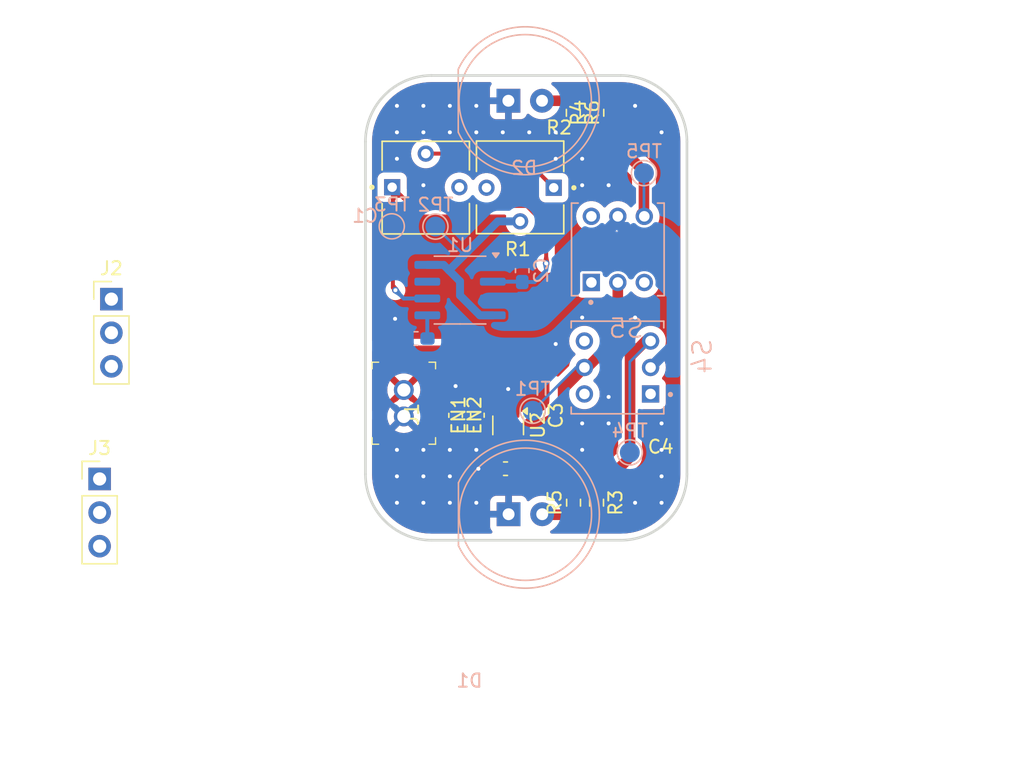
<source format=kicad_pcb>
(kicad_pcb (version 20240108) (generator "pcbnew") (generator_version "8.0")
  (layers (0 "F.Cu" signal) (31 "B.Cu" signal) (34 "B.Paste" user) (35 "F.Paste" user) (36 "B.SilkS" user "B.Silkscreen") (37 "F.SilkS" user "F.Silkscreen") (38 "B.Mask" user) (39 "F.Mask" user) (44 "Edge.Cuts" user))
  (net 0 "")
  (net 1 "Net-(U1-CV)")
  (net 2 "GND")
  (net 3 "/VT")
  (net 4 "+3V7")
  (net 5 "+3V3")
  (net 6 "Net-(D1-A)")
  (net 7 "Net-(D2-A)")
  (net 8 "Net-(U2-EN)")
  (net 10 "Net-(U1-DIS)")
  (net 12 "/Vout")
  (net 14 "/S1")
  (net 15 "/S2")
  (net 16 "Vcc")
  (footprint "3362P_1_103LF-2 2:TRIM_3362P-1-103LF" (layer "F.Cu") (at 113.59 94.465 180)
    (property "Reference" "R1" (at 0.17547 -4.64779 0) (layer "F.SilkS") (effects (font (size 1.002756 1.002756))))
    (property "Value" "10k")
    (fp_line (start 3.3 3.53) (end -3.3 3.53) (stroke (width 0.127)) (layer "F.SilkS"))
    (fp_line (start 3.3 1.235) (end 3.3 3.52) (stroke (width 0.127)) (layer "F.SilkS"))
    (fp_line (start 3.3 -3.47) (end 3.3 -1.305) (stroke (width 0.127)) (layer "F.SilkS"))
    (fp_line (start -3.3 3.52) (end -3.3 1.235) (stroke (width 0.127)) (layer "F.SilkS"))
    (fp_line (start -3.3 -1.305) (end -3.3 -3.47) (stroke (width 0.127)) (layer "F.SilkS"))
    (fp_line (start -3.3 -3.47) (end 3.3 -3.47) (stroke (width 0.127)) (layer "F.SilkS"))
    (fp_circle (center -4.064 0) (end -3.964 0) (stroke (width 0.2)) (fill none) (layer "F.SilkS"))
    (pad "1" thru_hole rect (at -2.54 0 180) (size 1.222 1.222) (drill 0.714) (layers "*.Cu" "*.Mask") (net 10 "Net-(U1-DIS)"))
    (pad "2" thru_hole circle (at 0 -2.54 180) (size 1.222 1.222) (drill 0.714) (layers "*.Cu" "*.Mask") (net 16 "Vcc"))
    (pad "3" thru_hole circle (at 2.54 0 180) (size 1.222 1.222) (drill 0.714) (layers "*.Cu" "*.Mask"))
  )
  (footprint "Connector_PinHeader_2.54mm:PinHeader_1x03_P2.54mm_Vertical" (layer "F.Cu") (at 81.81 116.475)
    (property "Reference" "J3" (at 0 -2.33 0) (layer "F.SilkS"))
    (property "Value" "Conn_01x03_Socket")
    (fp_line (start -1.33 -1.33) (end 0 -1.33) (stroke (width 0.12)) (layer "F.SilkS"))
    (fp_line (start -1.33 0) (end -1.33 -1.33) (stroke (width 0.12)) (layer "F.SilkS"))
    (fp_line (start -1.33 1.27) (end -1.33 6.41) (stroke (width 0.12)) (layer "F.SilkS"))
    (fp_line (start -1.33 1.27) (end 1.33 1.27) (stroke (width 0.12)) (layer "F.SilkS"))
    (fp_line (start -1.33 6.41) (end 1.33 6.41) (stroke (width 0.12)) (layer "F.SilkS"))
    (fp_line (start 1.33 1.27) (end 1.33 6.41) (stroke (width 0.12)) (layer "F.SilkS"))
    (pad "1" thru_hole rect (at 0 0) (size 1.7 1.7) (drill 1) (layers "*.Cu" "*.Mask") (net 5 "+3V3"))
    (pad "2" thru_hole oval (at 0 2.54) (size 1.7 1.7) (drill 1) (layers "*.Cu" "*.Mask") (net 12 "/Vout"))
    (pad "3" thru_hole oval (at 0 5.08) (size 1.7 1.7) (drill 1) (layers "*.Cu" "*.Mask") (net 15 "/S2"))
  )
  (footprint "Resistor_SMD:R_0603_1608Metric_Pad0.98x0.95mm_HandSolder" (layer "F.Cu") (at 119.39 88.7975 90)
    (property "Reference" "R4" (at 0 -1.43 90) (layer "F.SilkS"))
    (property "Value" "1.5k")
    (fp_line (start -0.254724 -0.5225) (end 0.254724 -0.5225) (stroke (width 0.12)) (layer "F.SilkS"))
    (fp_line (start -0.254724 0.5225) (end 0.254724 0.5225) (stroke (width 0.12)) (layer "F.SilkS"))
    (pad "1" smd roundrect (at -0.9125 0 90) (size 0.975 0.95) (layers "F.Cu" "F.Paste" "F.Mask") (net 15 "/S2"))
    (pad "2" smd roundrect (at 0.9125 0 90) (size 0.975 0.95) (layers "F.Cu" "F.Paste" "F.Mask") (net 7 "Net-(D2-A)"))
  )
  (footprint "Package_TO_SOT_SMD:SOT-353_SC-70-5_Handsoldering" (layer "F.Cu") (at 112.6875 112.425 -90)
    (property "Reference" "U2" (at 0 -2.25 90) (layer "F.SilkS"))
    (property "Value" "MIC5365-3.3YC5")
    (fp_line (start -0.7 1.16) (end 0.7 1.16) (stroke (width 0.12)) (layer "F.SilkS"))
    (fp_line (start -0.71 -1.16) (end 0.7 -1.16) (stroke (width 0.12)) (layer "F.SilkS"))
    (fp_poly (pts (xy -1.08 -1.11) (xy -1.32 -1.44) (xy -0.84 -1.44) (xy -1.08 -1.11)) (stroke (width 0.12)) (fill solid) (layer "F.SilkS"))
    (pad "1" smd roundrect (at -1.33 -0.65 270) (size 1.5 0.4) (layers "F.Cu" "F.Paste" "F.Mask") (net 4 "+3V7"))
    (pad "2" smd roundrect (at -1.33 0 270) (size 1.5 0.4) (layers "F.Cu" "F.Paste" "F.Mask") (net 2 "GND"))
    (pad "3" smd roundrect (at -1.33 0.65 270) (size 1.5 0.4) (layers "F.Cu" "F.Paste" "F.Mask") (net 8 "Net-(U2-EN)"))
    (pad "4" smd roundrect (at 1.33 0.65 270) (size 1.5 0.4) (layers "F.Cu" "F.Paste" "F.Mask"))
    (pad "5" smd roundrect (at 1.33 -0.65 270) (size 1.5 0.4) (layers "F.Cu" "F.Paste" "F.Mask") (net 5 "+3V3"))
  )
  (footprint "Capacitor_SMD:C_0603_1608Metric_Pad1.08x0.95mm_HandSolder" (layer "F.Cu") (at 112.4875 115.7 180)
    (property "Reference" "C4" (at -11.73 1.655 0) (layer "F.SilkS"))
    (property "Value" "1uF")
    (fp_line (start -0.146267 0.51) (end 0.146267 0.51) (stroke (width 0.12)) (layer "F.SilkS"))
    (fp_line (start -0.146267 -0.51) (end 0.146267 -0.51) (stroke (width 0.12)) (layer "F.SilkS"))
    (pad "1" smd roundrect (at -0.8625 0 180) (size 1.075 0.95) (layers "F.Cu" "F.Paste" "F.Mask") (net 5 "+3V3"))
    (pad "2" smd roundrect (at 0.8625 0 180) (size 1.075 0.95) (layers "F.Cu" "F.Paste" "F.Mask") (net 2 "GND"))
  )
  (footprint "3362P_1_103LF-2 2:TRIM_3362P-1-103LF" (layer "F.Cu") (at 106.46 94.425)
    (property "Reference" "R2" (at 10.07547 -4.50779 0) (layer "F.SilkS") (effects (font (size 1.002756 1.002756))))
    (property "Value" "10k")
    (fp_line (start -3.3 -3.47) (end 3.3 -3.47) (stroke (width 0.127)) (layer "F.SilkS"))
    (fp_line (start -3.3 -1.305) (end -3.3 -3.47) (stroke (width 0.127)) (layer "F.SilkS"))
    (fp_line (start -3.3 3.52) (end -3.3 1.235) (stroke (width 0.127)) (layer "F.SilkS"))
    (fp_line (start 3.3 -3.47) (end 3.3 -1.305) (stroke (width 0.127)) (layer "F.SilkS"))
    (fp_line (start 3.3 1.235) (end 3.3 3.52) (stroke (width 0.127)) (layer "F.SilkS"))
    (fp_line (start 3.3 3.53) (end -3.3 3.53) (stroke (width 0.127)) (layer "F.SilkS"))
    (fp_circle (center -4.064 0) (end -3.964 0) (stroke (width 0.2)) (fill none) (layer "F.SilkS"))
    (pad "1" thru_hole rect (at -2.54 0) (size 1.222 1.222) (drill 0.714) (layers "*.Cu" "*.Mask") (net 3 "/VT"))
    (pad "2" thru_hole circle (at 0 -2.54) (size 1.222 1.222) (drill 0.714) (layers "*.Cu" "*.Mask") (net 10 "Net-(U1-DIS)"))
    (pad "3" thru_hole circle (at 2.54 0) (size 1.222 1.222) (drill 0.714) (layers "*.Cu" "*.Mask"))
  )
  (footprint "Connector_PinHeader_2.54mm:PinHeader_1x03_P2.54mm_Vertical" (layer "F.Cu") (at 82.7 102.885)
    (property "Reference" "J2" (at 0 -2.33 0) (layer "F.SilkS"))
    (property "Value" "Conn_01x03_Socket")
    (fp_line (start -1.33 -1.33) (end 0 -1.33) (stroke (width 0.12)) (layer "F.SilkS"))
    (fp_line (start -1.33 0) (end -1.33 -1.33) (stroke (width 0.12)) (layer "F.SilkS"))
    (fp_line (start -1.33 1.27) (end -1.33 6.41) (stroke (width 0.12)) (layer "F.SilkS"))
    (fp_line (start -1.33 1.27) (end 1.33 1.27) (stroke (width 0.12)) (layer "F.SilkS"))
    (fp_line (start -1.33 6.41) (end 1.33 6.41) (stroke (width 0.12)) (layer "F.SilkS"))
    (fp_line (start 1.33 1.27) (end 1.33 6.41) (stroke (width 0.12)) (layer "F.SilkS"))
    (pad "1" thru_hole rect (at 0 0) (size 1.7 1.7) (drill 1) (layers "*.Cu" "*.Mask") (net 5 "+3V3"))
    (pad "2" thru_hole oval (at 0 2.54) (size 1.7 1.7) (drill 1) (layers "*.Cu" "*.Mask") (net 12 "/Vout"))
    (pad "3" thru_hole oval (at 0 5.08) (size 1.7 1.7) (drill 1) (layers "*.Cu" "*.Mask") (net 14 "/S1"))
  )
  (footprint "Resistor_SMD:R_0603_1608Metric_Pad0.98x0.95mm_HandSolder" (layer "F.Cu") (at 117.63 118.2675 90)
    (property "Reference" "R5" (at 0 -1.43 90) (layer "F.SilkS"))
    (property "Value" "1.5k")
    (fp_line (start -0.254724 -0.5225) (end 0.254724 -0.5225) (stroke (width 0.12)) (layer "F.SilkS"))
    (fp_line (start -0.254724 0.5225) (end 0.254724 0.5225) (stroke (width 0.12)) (layer "F.SilkS"))
    (pad "1" smd roundrect (at -0.9125 0 90) (size 0.975 0.95) (layers "F.Cu" "F.Paste" "F.Mask") (net 6 "Net-(D1-A)"))
    (pad "2" smd roundrect (at 0.9125 0 90) (size 0.975 0.95) (layers "F.Cu" "F.Paste" "F.Mask") (net 2 "GND"))
  )
  (footprint "Capacitor_SMD:C_0603_1608Metric_Pad1.08x0.95mm_HandSolder" (layer "F.Cu") (at 108.7125 111.6675 -90)
    (property "Reference" "EN2" (at 0 -1.43 90) (layer "F.SilkS"))
    (property "Value" "0")
    (fp_line (start -0.146267 0.51) (end 0.146267 0.51) (stroke (width 0.12)) (layer "F.SilkS"))
    (fp_line (start -0.146267 -0.51) (end 0.146267 -0.51) (stroke (width 0.12)) (layer "F.SilkS"))
    (pad "1" smd roundrect (at -0.8625 0 270) (size 1.075 0.95) (layers "F.Cu" "F.Paste" "F.Mask") (net 2 "GND"))
    (pad "2" smd roundrect (at 0.8625 0 270) (size 1.075 0.95) (layers "F.Cu" "F.Paste" "F.Mask") (net 8 "Net-(U2-EN)"))
  )
  (footprint "Capacitor_SMD:C_0603_1608Metric_Pad1.08x0.95mm_HandSolder" (layer "F.Cu") (at 110.3625 111.66 90)
    (property "Reference" "EN1" (at 0 -1.43 90) (layer "F.SilkS"))
    (property "Value" "0")
    (fp_line (start -0.146267 -0.51) (end 0.146267 -0.51) (stroke (width 0.12)) (layer "F.SilkS"))
    (fp_line (start -0.146267 0.51) (end 0.146267 0.51) (stroke (width 0.12)) (layer "F.SilkS"))
    (pad "1" smd roundrect (at -0.8625 0 90) (size 1.075 0.95) (layers "F.Cu" "F.Paste" "F.Mask") (net 8 "Net-(U2-EN)"))
    (pad "2" smd roundrect (at 0.8625 0 90) (size 1.075 0.95) (layers "F.Cu" "F.Paste" "F.Mask") (net 4 "+3V7"))
  )
  (footprint "Resistor_SMD:R_0603_1608Metric_Pad0.98x0.95mm_HandSolder" (layer "F.Cu") (at 117.61 88.8025 -90)
    (property "Reference" "R6" (at 0 -1.43 90) (layer "F.SilkS"))
    (property "Value" "1.5k")
    (fp_line (start -0.254724 0.5225) (end 0.254724 0.5225) (stroke (width 0.12)) (layer "F.SilkS"))
    (fp_line (start -0.254724 -0.5225) (end 0.254724 -0.5225) (stroke (width 0.12)) (layer "F.SilkS"))
    (pad "1" smd roundrect (at -0.9125 0 270) (size 0.975 0.95) (layers "F.Cu" "F.Paste" "F.Mask") (net 7 "Net-(D2-A)"))
    (pad "2" smd roundrect (at 0.9125 0 270) (size 0.975 0.95) (layers "F.Cu" "F.Paste" "F.Mask") (net 2 "GND"))
  )
  (footprint "Resistor_SMD:R_0603_1608Metric_Pad0.98x0.95mm_HandSolder" (layer "F.Cu") (at 119.37 118.2675 -90)
    (property "Reference" "R3" (at 0 -1.43 90) (layer "F.SilkS"))
    (property "Value" "1.5k")
    (fp_line (start -0.254724 0.5225) (end 0.254724 0.5225) (stroke (width 0.12)) (layer "F.SilkS"))
    (fp_line (start -0.254724 -0.5225) (end 0.254724 -0.5225) (stroke (width 0.12)) (layer "F.SilkS"))
    (pad "1" smd roundrect (at -0.9125 0 270) (size 0.975 0.95) (layers "F.Cu" "F.Paste" "F.Mask") (net 14 "/S1"))
    (pad "2" smd roundrect (at 0.9125 0 270) (size 0.975 0.95) (layers "F.Cu" "F.Paste" "F.Mask") (net 6 "Net-(D1-A)"))
  )
  (footprint "digikey-footprints:PinHeader_1x2_P2mm_Drill1mm" (layer "F.Cu") (at 104.8 111.75 90)
    (property "Reference" "J1" (at 0.1625 0.625 90) (layer "F.SilkS"))
    (property "Value" "B2B-PH-K-S_LF__SN_")
    (fp_line (start 4.1 -2.4) (end 3.6 -2.4) (stroke (width 0.1)) (layer "F.SilkS"))
    (fp_line (start 4.1 -2.4) (end 4.1 -1.9) (stroke (width 0.1)) (layer "F.SilkS"))
    (fp_line (start -2.1 -2.4) (end -1.6 -2.4) (stroke (width 0.1)) (layer "F.SilkS"))
    (fp_line (start -2.1 -2.4) (end -2.1 -1.9) (stroke (width 0.1)) (layer "F.SilkS"))
    (fp_line (start 4.1 2.4) (end 4.1 1.9) (stroke (width 0.1)) (layer "F.SilkS"))
    (fp_line (start 4.1 2.4) (end 3.6 2.4) (stroke (width 0.1)) (layer "F.SilkS"))
    (fp_line (start -2.1 2.4) (end -2.1 1.9) (stroke (width 0.1)) (layer "F.SilkS"))
    (fp_line (start -2.1 2.4) (end -1.6 2.4) (stroke (width 0.1)) (layer "F.SilkS"))
    (pad "1" thru_hole circle (at 0 0 90) (size 1.5 1.5) (drill 1) (layers "*.Cu" "*.Mask") (net 2 "GND"))
    (pad "2" thru_hole circle (at 2 0 90) (size 1.5 1.5) (drill 1) (layers "*.Cu" "*.Mask") (net 4 "+3V7"))
  )
  (footprint "Capacitor_SMD:C_0603_1608Metric_Pad1.08x0.95mm_HandSolder" (layer "F.Cu") (at 114.8625 111.6825 -90)
    (property "Reference" "C3" (at 0 -1.43 90) (layer "F.SilkS"))
    (property "Value" "1uF")
    (fp_line (start -0.146267 0.51) (end 0.146267 0.51) (stroke (width 0.12)) (layer "F.SilkS"))
    (fp_line (start -0.146267 -0.51) (end 0.146267 -0.51) (stroke (width 0.12)) (layer "F.SilkS"))
    (pad "1" smd roundrect (at -0.8625 0 270) (size 1.075 0.95) (layers "F.Cu" "F.Paste" "F.Mask") (net 4 "+3V7"))
    (pad "2" smd roundrect (at 0.8625 0 270) (size 1.075 0.95) (layers "F.Cu" "F.Paste" "F.Mask") (net 2 "GND"))
  )
  (footprint "TestPoint:TestPoint_Pad_D1.5mm" (layer "B.Cu") (at 122.95 93.36 180)
    (property "Reference" "TP5" (at 0 1.648 0) (layer "B.SilkS") (effects (justify mirror)))
    (property "Value" "TestPoint")
    (fp_circle (center 0 0) (end 0 -0.95) (stroke (width 0.12)) (fill none) (layer "B.SilkS"))
    (pad "1" smd circle (at 0 0 180) (size 1.5 1.5) (layers "B.Cu" "B.Mask") (net 15 "/S2"))
  )
  (footprint "TL2230EEF100-2:SW_TL2230EEF100" (layer "B.Cu") (at 120.95 108.05 90)
    (property "Reference" "S4" (at 0.85 6.404 90) (layer "B.SilkS") (effects (font (size 1.4 1.4)) (justify mirror)))
    (property "Value" "TL2230EEF100")
    (fp_line (start 3.5 -3.5) (end 3 -3.5) (stroke (width 0.127)) (layer "B.SilkS"))
    (fp_line (start 3.5 -3.5) (end 3.5 3.5) (stroke (width 0.127)) (layer "B.SilkS"))
    (fp_line (start -3 -3.5) (end -3.5 -3.5) (stroke (width 0.127)) (layer "B.SilkS"))
    (fp_line (start 3.5 3.5) (end 3 3.5) (stroke (width 0.127)) (layer "B.SilkS"))
    (fp_line (start -3 3.5) (end -3.5 3.5) (stroke (width 0.127)) (layer "B.SilkS"))
    (fp_line (start -3.5 3.5) (end -3.5 -3.5) (stroke (width 0.127)) (layer "B.SilkS"))
    (fp_circle (center -2.04 4) (end -1.94 4) (stroke (width 0.2)) (fill none) (layer "B.SilkS"))
    (pad "1" thru_hole rect (at -2 2.5 90) (size 1.308 1.308) (drill 0.8) (layers "*.Cu" "*.Mask"))
    (pad "2" thru_hole circle (at 0 2.5 90) (size 1.308 1.308) (drill 0.8) (layers "*.Cu" "*.Mask") (net 12 "/Vout"))
    (pad "3" thru_hole circle (at 2 2.5 90) (size 1.308 1.308) (drill 0.8) (layers "*.Cu" "*.Mask") (net 14 "/S1"))
    (pad "4" thru_hole circle (at -2 -2.5 90) (size 1.308 1.308) (drill 0.8) (layers "*.Cu" "*.Mask"))
    (pad "5" thru_hole circle (at 0 -2.5 90) (size 1.308 1.308) (drill 0.8) (layers "*.Cu" "*.Mask") (net 5 "+3V3"))
    (pad "6" thru_hole circle (at 2 -2.5 90) (size 1.308 1.308) (drill 0.8) (layers "*.Cu" "*.Mask") (net 16 "Vcc"))
  )
  (footprint "LED_THT:LED_D10.0mm" (layer "B.Cu") (at 112.72 119.14)
    (property "Reference" "D1" (at -2.9575 12.58 0) (layer "B.SilkS") (effects (justify mirror)))
    (property "Value" "LED")
    (fp_line (start -3.79 -2.376) (end -3.79 2.376) (stroke (width 0.12)) (layer "B.SilkS"))
    (fp_arc (start -3.79 -2.375816) (mid 2.484794 -5.456407) (end 6.859998 -0.004741) (stroke (width 0.12)) (layer "B.SilkS"))
    (fp_arc (start 6.859998 0.004741) (mid 2.484794 5.456407) (end -3.79 2.375816) (stroke (width 0.12)) (layer "B.SilkS"))
    (fp_circle (center 1.27 0) (end 6.27 0) (stroke (width 0.12)) (fill none) (layer "B.SilkS"))
    (pad "1" thru_hole rect (at 0 0) (size 1.8 1.8) (drill 0.9) (layers "*.Cu" "*.Mask") (net 2 "GND"))
    (pad "2" thru_hole circle (at 2.54 0) (size 1.8 1.8) (drill 0.9) (layers "*.Cu" "*.Mask") (net 6 "Net-(D1-A)"))
  )
  (footprint "Package_SO:SOIC-8_3.9x4.9mm_P1.27mm" (layer "B.Cu") (at 109.05 102.2 180)
    (property "Reference" "U1" (at 0 3.4 0) (layer "B.SilkS") (effects (justify mirror)))
    (property "Value" "LM555xM")
    (fp_line (start 1.95 2.56) (end 0 2.56) (stroke (width 0.12)) (layer "B.SilkS"))
    (fp_line (start 1.95 -2.56) (end 0 -2.56) (stroke (width 0.12)) (layer "B.SilkS"))
    (fp_line (start -1.95 2.56) (end 0 2.56) (stroke (width 0.12)) (layer "B.SilkS"))
    (fp_line (start -1.95 -2.56) (end 0 -2.56) (stroke (width 0.12)) (layer "B.SilkS"))
    (fp_poly (pts (xy -2.7 2.465) (xy -2.94 2.795) (xy -2.46 2.795) (xy -2.7 2.465)) (stroke (width 0.12)) (fill solid) (layer "B.SilkS"))
    (pad "1" smd roundrect (at -2.475 1.905 180) (size 1.95 0.6) (layers "B.Cu" "B.Paste" "B.Mask") (net 2 "GND"))
    (pad "2" smd roundrect (at -2.475 0.635 180) (size 1.95 0.6) (layers "B.Cu" "B.Paste" "B.Mask") (net 3 "/VT"))
    (pad "3" smd roundrect (at -2.475 -0.635 180) (size 1.95 0.6) (layers "B.Cu" "B.Paste" "B.Mask") (net 12 "/Vout"))
    (pad "4" smd roundrect (at -2.475 -1.905 180) (size 1.95 0.6) (layers "B.Cu" "B.Paste" "B.Mask") (net 16 "Vcc"))
    (pad "5" smd roundrect (at 2.475 -1.905 180) (size 1.95 0.6) (layers "B.Cu" "B.Paste" "B.Mask") (net 1 "Net-(U1-CV)"))
    (pad "6" smd roundrect (at 2.475 -0.635 180) (size 1.95 0.6) (layers "B.Cu" "B.Paste" "B.Mask") (net 3 "/VT"))
    (pad "7" smd roundrect (at 2.475 0.635 180) (size 1.95 0.6) (layers "B.Cu" "B.Paste" "B.Mask") (net 10 "Net-(U1-DIS)"))
    (pad "8" smd roundrect (at 2.475 1.905 180) (size 1.95 0.6) (layers "B.Cu" "B.Paste" "B.Mask") (net 16 "Vcc"))
  )
  (footprint "Capacitor_SMD:C_0603_1608Metric_Pad1.08x0.95mm_HandSolder" (layer "B.Cu") (at 113.75 100.7275 90)
    (property "Reference" "C2" (at 0 1.43 90) (layer "B.SilkS") (effects (justify mirror)))
    (property "Value" "470uF")
    (fp_line (start 0.146267 -0.51) (end -0.146267 -0.51) (stroke (width 0.12)) (layer "B.SilkS"))
    (fp_line (start 0.146267 0.51) (end -0.146267 0.51) (stroke (width 0.12)) (layer "B.SilkS"))
    (pad "1" smd roundrect (at -0.8625 0 90) (size 1.075 0.95) (layers "B.Cu" "B.Paste" "B.Mask") (net 3 "/VT"))
    (pad "2" smd roundrect (at 0.8625 0 90) (size 1.075 0.95) (layers "B.Cu" "B.Paste" "B.Mask") (net 2 "GND"))
  )
  (footprint "TestPoint:TestPoint_Pad_D1.5mm" (layer "B.Cu") (at 103.89 97.38 180)
    (property "Reference" "TP3" (at 0 1.648 0) (layer "B.SilkS") (effects (justify mirror)))
    (property "Value" "TestPoint")
    (fp_circle (center 0 0) (end 0 -0.95) (stroke (width 0.12)) (fill none) (layer "B.SilkS"))
    (pad "1" smd circle (at 0 0 180) (size 1.5 1.5) (layers "B.Cu" "B.Mask") (net 2 "GND"))
  )
  (footprint "LED_THT:LED_D10.0mm" (layer "B.Cu") (at 112.705 87.89)
    (property "Reference" "D2" (at 1.195 5.075 0) (layer "B.SilkS") (effects (justify mirror)))
    (property "Value" "LED")
    (fp_line (start -3.79 -2.376) (end -3.79 2.376) (stroke (width 0.12)) (layer "B.SilkS"))
    (fp_arc (start -3.79 -2.375816) (mid 2.484794 -5.456407) (end 6.859998 -0.004741) (stroke (width 0.12)) (layer "B.SilkS"))
    (fp_arc (start 6.859998 0.004741) (mid 2.484794 5.456407) (end -3.79 2.375816) (stroke (width 0.12)) (layer "B.SilkS"))
    (fp_circle (center 1.27 0) (end 6.27 0) (stroke (width 0.12)) (fill none) (layer "B.SilkS"))
    (pad "1" thru_hole rect (at 0 0) (size 1.8 1.8) (drill 0.9) (layers "*.Cu" "*.Mask") (net 2 "GND"))
    (pad "2" thru_hole circle (at 2.54 0) (size 1.8 1.8) (drill 0.9) (layers "*.Cu" "*.Mask") (net 7 "Net-(D2-A)"))
  )
  (footprint "TestPoint:TestPoint_Pad_D1.5mm" (layer "B.Cu") (at 121.88 114.47 180)
    (property "Reference" "TP4" (at 0 1.648 0) (layer "B.SilkS") (effects (justify mirror)))
    (property "Value" "TestPoint")
    (fp_circle (center 0 0) (end 0 -0.95) (stroke (width 0.12)) (fill none) (layer "B.SilkS"))
    (pad "1" smd circle (at 0 0 180) (size 1.5 1.5) (layers "B.Cu" "B.Mask") (net 14 "/S1"))
  )
  (footprint "Capacitor_SMD:C_0603_1608Metric_Pad1.08x0.95mm_HandSolder" (layer "B.Cu") (at 105.7275 105.86 180)
    (property "Reference" "C1" (at 3.85 9.27 0) (layer "B.SilkS") (effects (justify mirror)))
    (property "Value" "0.01uF")
    (fp_line (start 0.146267 0.51) (end -0.146267 0.51) (stroke (width 0.12)) (layer "B.SilkS"))
    (fp_line (start 0.146267 -0.51) (end -0.146267 -0.51) (stroke (width 0.12)) (layer "B.SilkS"))
    (pad "1" smd roundrect (at -0.8625 0 180) (size 1.075 0.95) (layers "B.Cu" "B.Paste" "B.Mask") (net 1 "Net-(U1-CV)"))
    (pad "2" smd roundrect (at 0.8625 0 180) (size 1.075 0.95) (layers "B.Cu" "B.Paste" "B.Mask") (net 2 "GND"))
  )
  (footprint "TestPoint:TestPoint_Pad_D1.5mm" (layer "B.Cu") (at 114.54 111.32 180)
    (property "Reference" "TP1" (at 0 1.648 0) (layer "B.SilkS") (effects (justify mirror)))
    (property "Value" "TestPoint")
    (fp_circle (center 0 0) (end 0 -0.95) (stroke (width 0.12)) (fill none) (layer "B.SilkS"))
    (pad "1" smd circle (at 0 0 180) (size 1.5 1.5) (layers "B.Cu" "B.Mask") (net 5 "+3V3"))
  )
  (footprint "TestPoint:TestPoint_Pad_D1.5mm" (layer "B.Cu") (at 107.19 97.4 180)
    (property "Reference" "TP2" (at 0 1.648 0) (layer "B.SilkS") (effects (justify mirror)))
    (property "Value" "TestPoint")
    (fp_circle (center 0 0) (end 0 -0.95) (stroke (width 0.12)) (fill none) (layer "B.SilkS"))
    (pad "1" smd circle (at 0 0 180) (size 1.5 1.5) (layers "B.Cu" "B.Mask") (net 16 "Vcc"))
  )
  (footprint "TL2230EEF100-2:SW_TL2230EEF100" (layer "B.Cu") (at 120.975 99.125)
    (property "Reference" "S5" (at 0.635 5.969 0) (layer "B.SilkS") (effects (font (size 1.4 1.4)) (justify mirror)))
    (property "Value" "TL2230EEF100")
    (fp_line (start -3.5 3.5) (end -3.5 -3.5) (stroke (width 0.127)) (layer "B.SilkS"))
    (fp_line (start -3 -3.5) (end -3.5 -3.5) (stroke (width 0.127)) (layer "B.SilkS"))
    (fp_line (start -3 3.5) (end -3.5 3.5) (stroke (width 0.127)) (layer "B.SilkS"))
    (fp_line (start 3.5 -3.5) (end 3 -3.5) (stroke (width 0.127)) (layer "B.SilkS"))
    (fp_line (start 3.5 -3.5) (end 3.5 3.5) (stroke (width 0.127)) (layer "B.SilkS"))
    (fp_line (start 3.5 3.5) (end 3 3.5) (stroke (width 0.127)) (layer "B.SilkS"))
    (fp_circle (center -2.04 4) (end -1.94 4) (stroke (width 0.2)) (fill none) (layer "B.SilkS"))
    (pad "1" thru_hole rect (at -2 2.5) (size 1.308 1.308) (drill 0.8) (layers "*.Cu" "*.Mask"))
    (pad "2" thru_hole circle (at 0 2.5) (size 1.308 1.308) (drill 0.8) (layers "*.Cu" "*.Mask") (net 5 "+3V3"))
    (pad "3" thru_hole circle (at 2 2.5) (size 1.308 1.308) (drill 0.8) (layers "*.Cu" "*.Mask") (net 16 "Vcc"))
    (pad "4" thru_hole circle (at -2 -2.5) (size 1.308 1.308) (drill 0.8) (layers "*.Cu" "*.Mask"))
    (pad "5" thru_hole circle (at 0 -2.5) (size 1.308 1.308) (drill 0.8) (layers "*.Cu" "*.Mask") (net 12 "/Vout"))
    (pad "6" thru_hole circle (at 2 -2.5) (size 1.308 1.308) (drill 0.8) (layers "*.Cu" "*.Mask") (net 15 "/S2"))
  )
  (gr_line (start 126.2 90.98) (end 126.2 116.105) (stroke (width 0.2)) (layer "Edge.Cuts"))
  (gr_arc (start 121.2 85.98) (mid 124.735534 87.444466) (end 126.2 90.98) (stroke (width 0.2)) (layer "Edge.Cuts"))
  (gr_line (start 106.9 85.98) (end 121.2 85.98) (stroke (width 0.2)) (layer "Edge.Cuts"))
  (gr_line (start 121.2 121.105) (end 106.9 121.105) (stroke (width 0.2)) (layer "Edge.Cuts"))
  (gr_arc (start 106.9 121.105) (mid 103.364466 119.640534) (end 101.9 116.105) (stroke (width 0.2)) (layer "Edge.Cuts"))
  (gr_arc (start 101.9 90.98) (mid 103.364466 87.444466) (end 106.9 85.98) (stroke (width 0.2)) (layer "Edge.Cuts"))
  (gr_arc (start 126.2 116.105) (mid 124.735534 119.640534) (end 121.2 121.105) (stroke (width 0.2)) (layer "Edge.Cuts"))
  (gr_line (start 101.9 116.105) (end 101.9 90.98) (stroke (width 0.2)) (layer "Edge.Cuts"))
  (segment (start 106.575 105.845) (end 106.59 105.86) (width 0.3) (layer "B.Cu") (net 1))
  (segment (start 106.575 104.105) (end 106.575 105.845) (width 0.3) (layer "B.Cu") (net 1))
  (segment (start 112.85 112.2425) (end 113.0375 112.43) (width 0.5) (layer "F.Cu") (net 2))
  (segment (start 112.6875 112.08) (end 112.85 112.2425) (width 0.3) (layer "F.Cu") (net 2))
  (segment (start 110.4625 115.705) (end 110.4375 115.705) (width 0.2) (layer "F.Cu") (net 2))
  (segment (start 110.4375 115.705) (end 110.4375 115.73) (width 0.2) (layer "F.Cu") (net 2))
  (segment (start 110.4375 115.73) (end 110.4625 115.705) (width 0.2) (layer "F.Cu") (net 2))
  (segment (start 110.4675 115.7) (end 110.4625 115.705) (width 0.2) (layer "F.Cu") (net 2))
  (segment (start 110.4425 115.7) (end 110.4375 115.705) (width 0.3) (layer "F.Cu") (net 2))
  (segment (start 112.6875 111.095) (end 112.6875 112.08) (width 0.3) (layer "F.Cu") (net 2))
  (segment (start 113.0375 112.43) (end 113.1525 112.545) (width 0.3) (layer "F.Cu") (net 2))
  (segment (start 112.6875 109.68) (end 112.6875 111.095) (width 0.3) (layer "F.Cu") (net 2))
  (segment (start 111.625 115.7) (end 110.4425 115.7) (width 0.3) (layer "F.Cu") (net 2))
  (segment (start 113.1525 112.545) (end 114.8625 112.545) (width 0.3) (layer "F.Cu") (net 2))
  (segment (start 108.7125 109.455) (end 108.7125 110.805) (width 0.2) (layer "F.Cu") (net 2))
  (via (at 106.280237 114.275) (size 0.6) (drill 0.3) (layers "F.Cu" "B.Cu") (net 2))
  (via (at 114.280237 90.275) (size 0.6) (drill 0.3) (layers "F.Cu" "B.Cu") (net 2))
  (via (at 124.280237 118.275) (size 0.6) (drill 0.3) (layers "F.Cu" "B.Cu") (net 2))
  (via (at 106.280237 90.275) (size 0.6) (drill 0.3) (layers "F.Cu" "B.Cu") (net 2))
  (via (at 106.280237 94.275) (size 0.6) (drill 0.3) (layers "F.Cu" "B.Cu") (net 2))
  (via (at 104.280237 116.275) (size 0.6) (drill 0.3) (layers "F.Cu" "B.Cu") (net 2))
  (via (at 108.280237 114.275) (size 0.6) (drill 0.3) (layers "F.Cu" "B.Cu") (net 2))
  (via (at 118.280237 112.275) (size 0.6) (drill 0.3) (layers "F.Cu" "B.Cu") (net 2))
  (via (at 122.280237 104.275) (size 0.6) (drill 0.3) (layers "F.Cu" "B.Cu") (net 2))
  (via (at 116.280237 92.275) (size 0.6) (drill 0.3) (layers "F.Cu" "B.Cu") (net 2))
  (via (at 110.4375 115.705) (size 0.5) (drill 0.3) (layers "F.Cu" "B.Cu") (net 2))
  (via (at 110.280237 114.275) (size 0.6) (drill 0.3) (layers "F.Cu" "B.Cu") (net 2))
  (via (at 104.280237 88.275) (size 0.6) (drill 0.3) (layers "F.Cu" "B.Cu") (net 2))
  (via (at 116.280237 90.275) (size 0.6) (drill 0.3) (layers "F.Cu" "B.Cu") (net 2))
  (via (at 104.14 104.37) (size 0.6) (drill 0.3) (layers "F.Cu" "B.Cu") (net 2))
  (via (at 110.280237 88.275) (size 0.6) (drill 0.3) (layers "F.Cu" "B.Cu") (net 2))
  (via (at 104.280237 92.275) (size 0.6) (drill 0.3) (layers "F.Cu" "B.Cu") (net 2))
  (via (at 104.280237 90.275) (size 0.6) (drill 0.3) (layers "F.Cu" "B.Cu") (net 2))
  (via (at 124.280237 116.275) (size 0.6) (drill 0.3) (layers "F.Cu" "B.Cu") (net 2))
  (via (at 118.280237 92.275) (size 0.6) (drill 0.3) (layers "F.Cu" "B.Cu") (net 2))
  (via (at 108.280237 88.275) (size 0.6) (drill 0.3) (layers "F.Cu" "B.Cu") (net 2))
  (via (at 122.280237 118.275) (size 0.6) (drill 0.3) (layers "F.Cu" "B.Cu") (net 2))
  (via (at 104.280237 114.275) (size 0.6) (drill 0.3) (layers "F.Cu" "B.Cu") (net 2))
  (via (at 104.280237 118.275) (size 0.6) (drill 0.3) (layers "F.Cu" "B.Cu") (net 2))
  (via (at 108.280237 118.275) (size 0.6) (drill 0.3) (layers "F.Cu" "B.Cu") (net 2))
  (via (at 120.280237 94.275) (size 0.6) (drill 0.3) (layers "F.Cu" "B.Cu") (net 2))
  (via (at 106.280237 88.275) (size 0.6) (drill 0.3) (layers "F.Cu" "B.Cu") (net 2))
  (via (at 106.280237 116.275) (size 0.6) (drill 0.3) (layers "F.Cu" "B.Cu") (net 2))
  (via (at 110.280237 90.275) (size 0.6) (drill 0.3) (layers "F.Cu" "B.Cu") (net 2))
  (via (at 108.7125 109.455) (size 0.5) (drill 0.3) (layers "F.Cu" "B.Cu") (net 2))
  (via (at 122.280237 88.275) (size 0.6) (drill 0.3) (layers "F.Cu" "B.Cu") (net 2))
  (via (at 110.280237 118.275) (size 0.6) (drill 0.3) (layers "F.Cu" "B.Cu") (net 2))
  (via (at 120.280237 112.275) (size 0.6) (drill 0.3) (layers "F.Cu" "B.Cu") (net 2))
  (via (at 118.280237 94.275) (size 0.6) (drill 0.3) (layers "F.Cu" "B.Cu") (net 2))
  (via (at 108.280237 116.275) (size 0.6) (drill 0.3) (layers "F.Cu" "B.Cu") (net 2))
  (via (at 106.280237 118.275) (size 0.6) (drill 0.3) (layers "F.Cu" "B.Cu") (net 2))
  (via (at 108.280237 90.275) (size 0.6) (drill 0.3) (layers "F.Cu" "B.Cu") (net 2))
  (via (at 124.280237 112.275) (size 0.6) (drill 0.3) (layers "F.Cu" "B.Cu") (net 2))
  (via (at 124.280237 114.275) (size 0.6) (drill 0.3) (layers "F.Cu" "B.Cu") (net 2))
  (via (at 118.280237 114.275) (size 0.6) (drill 0.3) (layers "F.Cu" "B.Cu") (net 2))
  (via (at 112.280237 90.275) (size 0.6) (drill 0.3) (layers "F.Cu" "B.Cu") (net 2))
  (via (at 120.280237 110.275) (size 0.6) (drill 0.3) (layers "F.Cu" "B.Cu") (net 2))
  (via (at 124.280237 90.275) (size 0.6) (drill 0.3) (layers "F.Cu" "B.Cu") (net 2))
  (via (at 116.280237 106.275) (size 0.6) (drill 0.3) (layers "F.Cu" "B.Cu") (net 2))
  (via (at 112.6875 109.68) (size 0.5) (drill 0.3) (layers "F.Cu" "B.Cu") (net 2))
  (via (at 118.280237 104.275) (size 0.6) (drill 0.3) (layers "F.Cu" "B.Cu") (net 2))
  (segment (start 113.32 100.295) (end 113.75 99.865) (width 0.6) (layer "B.Cu") (net 2))
  (segment (start 104.85 105.86) (end 104.865 105.86) (width 0.3) (layer "B.Cu") (net 2))
  (segment (start 104.14 105.15) (end 104.85 105.86) (width 0.3) (layer "B.Cu") (net 2))
  (segment (start 111.525 100.295) (end 113.32 100.295) (width 0.6) (layer "B.Cu") (net 2))
  (segment (start 104.14 104.37) (end 104.14 105.15) (width 0.3) (layer "B.Cu") (net 2))
  (segment (start 104.5975 95.0725) (end 103.95 94.425) (width 0.3) (layer "F.Cu") (net 3))
  (segment (start 103.975 95.53) (end 103.975 94.48) (width 0.3) (layer "F.Cu") (net 3))
  (segment (start 103.975 102.015) (end 103.975 95.53) (width 0.3) (layer "F.Cu") (net 3))
  (segment (start 115.56 100.18) (end 115.56 97.31) (width 0.3) (layer "F.Cu") (net 3))
  (segment (start 103.975 94.48) (end 103.92 94.425) (width 0.3) (layer "F.Cu") (net 3))
  (segment (start 114.09 95.84) (end 105.365 95.84) (width 0.3) (layer "F.Cu") (net 3))
  (segment (start 103.95 94.425) (end 103.92 94.425) (width 0.3) (layer "F.Cu") (net 3))
  (segment (start 103.975 95.355) (end 104.2575 95.0725) (width 0.3) (layer "F.Cu") (net 3))
  (segment (start 104.1675 102.2075) (end 103.975 102.015) (width 0.3) (layer "F.Cu") (net 3))
  (segment (start 115.56 97.31) (end 114.09 95.84) (width 0.3) (layer "F.Cu") (net 3))
  (segment (start 103.975 95.53) (end 103.975 95.355) (width 0.3) (layer "F.Cu") (net 3))
  (segment (start 105.365 95.84) (end 104.5975 95.0725) (width 0.3) (layer "F.Cu") (net 3))
  (segment (start 104.2575 95.0725) (end 104.5975 95.0725) (width 0.3) (layer "F.Cu") (net 3))
  (via (at 104.1675 102.2075) (size 0.5) (drill 0.3) (layers "F.Cu" "B.Cu") (net 3))
  (via (at 115.56 100.18) (size 0.5) (drill 0.3) (layers "F.Cu" "B.Cu") (net 3))
  (segment (start 104.1675 102.2075) (end 104.795 102.835) (width 0.3) (layer "B.Cu") (net 3))
  (segment (start 113.725 101.565) (end 113.75 101.59) (width 0.3) (layer "B.Cu") (net 3))
  (segment (start 115.56 100.18) (end 115.56 100.71) (width 0.3) (layer "B.Cu") (net 3))
  (segment (start 111.525 101.565) (end 113.725 101.565) (width 0.3) (layer "B.Cu") (net 3))
  (segment (start 114.68 101.59) (end 113.75 101.59) (width 0.3) (layer "B.Cu") (net 3))
  (segment (start 115.56 100.71) (end 114.68 101.59) (width 0.3) (layer "B.Cu") (net 3))
  (segment (start 104.795 102.835) (end 106.575 102.835) (width 0.3) (layer "B.Cu") (net 3))
  (segment (start 112.9875 109.08) (end 113.3375 109.43) (width 0.3) (layer "F.Cu") (net 4))
  (segment (start 110.6075 108.35) (end 111.3375 109.08) (width 0.3) (layer "F.Cu") (net 4))
  (segment (start 110.3625 110.055) (end 111.3375 109.08) (width 0.3) (layer "F.Cu") (net 4))
  (segment (start 113.3375 109.43) (end 113.3375 111.095) (width 0.3) (layer "F.Cu") (net 4))
  (segment (start 111.3375 109.08) (end 112.9875 109.08) (width 0.3) (layer "F.Cu") (net 4))
  (segment (start 110.3625 110.7975) (end 110.3625 110.055) (width 0.3) (layer "F.Cu") (net 4))
  (segment (start 113.6125 110.82) (end 113.3375 111.095) (width 0.3) (layer "F.Cu") (net 4))
  (segment (start 104.8 109.75) (end 106.2 108.35) (width 0.3) (layer "F.Cu") (net 4))
  (segment (start 106.2 108.35) (end 110.6075 108.35) (width 0.3) (layer "F.Cu") (net 4))
  (segment (start 114.8625 110.82) (end 113.6125 110.82) (width 0.3) (layer "F.Cu") (net 4))
  (segment (start 120.975 105.735) (end 118.66 108.05) (width 0.8) (layer "F.Cu") (net 5))
  (segment (start 115.5 115.7) (end 113.35 115.7) (width 0.8) (layer "F.Cu") (net 5))
  (segment (start 118.66 108.05) (end 118.45 108.05) (width 0.8) (layer "F.Cu") (net 5))
  (segment (start 113.3375 113.755) (end 113.3375 115.6875) (width 0.3) (layer "F.Cu") (net 5))
  (segment (start 116.84 114.36) (end 115.5 115.7) (width 0.8) (layer "F.Cu") (net 5))
  (segment (start 116.84 109.66) (end 116.84 114.36) (width 0.8) (layer "F.Cu") (net 5))
  (segment (start 118.45 108.05) (end 116.84 109.66) (width 0.8) (layer "F.Cu") (net 5))
  (segment (start 120.975 101.625) (end 120.975 105.735) (width 0.8) (layer "F.Cu") (net 5))
  (segment (start 113.3375 115.2125) (end 113.35 115.225) (width 0.3) (layer "F.Cu") (net 5))
  (segment (start 117.81 108.05) (end 114.54 111.32) (width 0.2) (layer "B.Cu") (net 5))
  (segment (start 118.43 108.03) (end 118.45 108.05) (width 0.2) (layer "B.Cu") (net 5))
  (segment (start 118.45 108.05) (end 117.81 108.05) (width 0.2) (layer "B.Cu") (net 5))
  (segment (start 117.97 108.05) (end 118.45 108.05) (width 0.2) (layer "B.Cu") (net 5))
  (segment (start 115.3 119.18) (end 115.26 119.14) (width 0.8) (layer "F.Cu") (net 6))
  (segment (start 119.37 119.18) (end 115.3 119.18) (width 0.8) (layer "F.Cu") (net 6))
  (segment (start 119.39 87.885) (end 119.385 87.89) (width 0.8) (layer "F.Cu") (net 7))
  (segment (start 119.385 87.89) (end 115.245 87.89) (width 0.8) (layer "F.Cu") (net 7))
  (segment (start 111.32 112.5225) (end 112.0375 111.805) (width 0.2) (layer "F.Cu") (net 8))
  (segment (start 112.0375 111.805) (end 112.0375 111.095) (width 0.2) (layer "F.Cu") (net 8))
  (segment (start 108.72 112.5225) (end 108.7125 112.53) (width 0.2) (layer "F.Cu") (net 8))
  (segment (start 110.3625 112.5225) (end 111.32 112.5225) (width 0.2) (layer "F.Cu") (net 8))
  (segment (start 110.3625 112.5225) (end 108.72 112.5225) (width 0.2) (layer "F.Cu") (net 8))
  (segment (start 116.13 94.465) (end 113.55 91.885) (width 0.3) (layer "F.Cu") (net 10))
  (segment (start 113.55 91.885) (end 106.46 91.885) (width 0.3) (layer "F.Cu") (net 10))
  (segment (start 115.365 102.835) (end 111.525 102.835) (width 0.5) (layer "B.Cu") (net 12))
  (segment (start 120.975 97.225) (end 115.365 102.835) (width 0.5) (layer "B.Cu") (net 12))
  (segment (start 125.07 106.43) (end 125.07 101.27) (width 0.8) (layer "B.Cu") (net 12))
  (segment (start 120.975 97.175) (end 120.975 96.625) (width 0.8) (layer "B.Cu") (net 12))
  (segment (start 125.07 101.27) (end 120.975 97.175) (width 0.8) (layer "B.Cu") (net 12))
  (segment (start 120.975 96.625) (end 120.975 97.225) (width 0.5) (layer "B.Cu") (net 12))
  (segment (start 123.45 108.05) (end 125.07 106.43) (width 0.8) (layer "B.Cu") (net 12))
  (segment (start 121.9 114.825) (end 121.9 107.225) (width 0.8) (layer "F.Cu") (net 14))
  (segment (start 123.075 106.05) (end 123.45 106.05) (width 0.8) (layer "F.Cu") (net 14))
  (segment (start 119.37 117.355) (end 121.9 114.825) (width 0.8) (layer "F.Cu") (net 14))
  (segment (start 121.9 107.225) (end 123.075 106.05) (width 0.8) (layer "F.Cu") (net 14))
  (segment (start 121.88 107.62) (end 123.45 106.05) (width 0.2) (layer "B.Cu") (net 14))
  (segment (start 121.88 114.47) (end 121.88 107.62) (width 0.2) (layer "B.Cu") (net 14))
  (segment (start 122.975 96.625) (end 122.95 96.6) (width 0.8) (layer "F.Cu") (net 15))
  (segment (start 122.95 96.6) (end 122.95 93.23) (width 0.8) (layer "F.Cu") (net 15))
  (segment (start 122.975 96.625) (end 122.775 96.425) (width 0.8) (layer "F.Cu") (net 15))
  (segment (start 119.395 89.675) (end 119.39 89.675) (width 0.8) (layer "F.Cu") (net 15))
  (segment (start 122.95 93.23) (end 119.395 89.675) (width 0.8) (layer "F.Cu") (net 15))
  (segment (start 122.95 93.36) (end 122.95 96.6) (width 0.2) (layer "B.Cu") (net 15))
  (segment (start 122.95 96.6) (end 122.975 96.625) (width 0.2) (layer "B.Cu") (net 15))
  (segment (start 122.94 96.59) (end 122.975 96.625) (width 0.2) (layer "B.Cu") (net 15))
  (segment (start 109.05 102.604999) (end 109.05 101.54) (width 0.6) (layer "B.Cu") (net 16))
  (segment (start 109.2975 99.6175) (end 109.6625 99.2525) (width 0.6) (layer "B.Cu") (net 16))
  (segment (start 111.91 97.005) (end 113.59 97.005) (width 0.6) (layer "B.Cu") (net 16))
  (segment (start 109.2975 99.5075) (end 109.2975 99.6175) (width 0.2) (layer "B.Cu") (net 16))
  (segment (start 107.19 97.4) (end 109.2975 99.5075) (width 0.2) (layer "B.Cu") (net 16))
  (segment (start 109.6225 99.2525) (end 109.6625 99.2525) (width 0.2) (layer "B.Cu") (net 16))
  (segment (start 108.2125 100.7025) (end 109.2975 99.6175) (width 0.6) (layer "B.Cu") (net 16))
  (segment (start 110.550001 104.105) (end 109.05 102.604999) (width 0.6) (layer "B.Cu") (net 16))
  (segment (start 111.525 104.105) (end 110.550001 104.105) (width 0.6) (layer "B.Cu") (net 16))
  (segment (start 109.05 101.54) (end 108.2125 100.7025) (width 0.6) (layer "B.Cu") (net 16))
  (segment (start 107.805 100.295) (end 106.575 100.295) (width 0.6) (layer "B.Cu") (net 16))
  (segment (start 109.6625 99.2525) (end 111.91 97.005) (width 0.6) (layer "B.Cu") (net 16))
  (segment (start 108.2125 100.7025) (end 107.805 100.295) (width 0.6) (layer "B.Cu") (net 16))
  (zone (net 0) (net_name "") (layer "F.Cu") (connect_pads thru_hole_only (clearance 0)) (min_thickness 0.25)
    (keepout (tracks allowed) (vias allowed) (pads allowed) (copperpour not_allowed) (footprints allowed))
    (fill (thermal_gap 0.5) (thermal_bridge_width 0.5))
    (polygon (pts (xy 144.07 119.26) (xy 144.07 108.46) (xy 147.66 104.87) (xy 150.7 104.87) (xy 151.17 105.34) (xy 151.17 119.59) (xy 144.4 119.59)))
  )
  (zone (net 2) (net_name "GND") (layer "F.Cu") (priority 2) (connect_pads thru_hole_only (clearance 0.5)) (min_thickness 0.25) (fill yes (thermal_gap 0.5) (thermal_bridge_width 0.5))
    (polygon (pts (xy 115.8375 113.505) (xy 115.8375 112.305) (xy 115.2375 111.705) (xy 113.0125 111.705) (xy 112.9125 111.605) (xy 112.9125 109.53) (xy 112.6625 109.28) (xy 112.1625 109.28) (xy 112.0125 109.43) (xy 112.0125 113.48) (xy 112.0375 113.505)))
  )
  (zone (net 0) (net_name "") (layer "F.Cu") (connect_pads thru_hole_only (clearance 0)) (min_thickness 0.25)
    (keepout (tracks allowed) (vias allowed) (pads allowed) (copperpour not_allowed) (footprints allowed))
    (fill (thermal_gap 0.5) (thermal_bridge_width 0.5))
    (polygon (pts (xy 144.59 85.34) (xy 144.59 96.14) (xy 148.18 99.73) (xy 151.22 99.73) (xy 151.69 99.26) (xy 151.69 85.01) (xy 144.92 85.01)))
  )
  (zone (net 4) (net_name "+3V7") (layer "F.Cu") (priority 5) (connect_pads thru_hole_only (clearance 0.5)) (min_thickness 0.25) (fill yes (thermal_gap 0.5) (thermal_bridge_width 0.5) (smoothing fillet) (radius 2))
    (polygon (pts (xy 101.125 108.06) (xy 101.125 110.275) (xy 102.25 111.4) (xy 115.295 111.4) (xy 115.805 110.89) (xy 115.805 107.72) (xy 114.475 106.39) (xy 102.81 106.39) (xy 101.920923 107.28)))
  )
  (zone (net 2) (net_name "GND") (layers "F&B.Cu") (priority 1) (connect_pads thru_hole_only (clearance 0.5)) (min_thickness 0.25) (fill yes (thermal_gap 0.5) (thermal_bridge_width 0.5) (smoothing fillet) (radius 2))
    (polygon (pts (xy 98.75 80.275) (xy 124.225 80.275) (xy 129 85.05) (xy 129 132.025) (xy 97.025 132.025) (xy 95.25 130.25) (xy 95.25 83.775)))
  )
  (zone (net 12) (net_name "/Vout") (layer "B.Cu") (priority 5) (connect_pads thru_hole_only (clearance 0)) (min_thickness 0.5) (fill yes (thermal_gap 0.5) (thermal_bridge_width 0.5) (smoothing fillet) (radius 2))
    (polygon (pts (xy 110.37 102.39) (xy 113.37 102.39) (xy 118.87 96.89) (xy 121.22 96.89) (xy 121.38 97.05) (xy 124.49 97.05) (xy 127.48 100.04) (xy 127.48 107.44) (xy 126.11 108.81) (xy 123.26 108.81) (xy 122.61 108.16) (xy 122.61 107.55) (xy 123.05 107.11) (xy 124.43 107.11) (xy 124.68 106.86) (xy 124.68 102.74) (xy 123.47 101.53) (xy 119.01 101.53) (xy 115.25 105.29) (xy 111.58 105.29) (xy 110.37 104.08)))
  )
)
</source>
